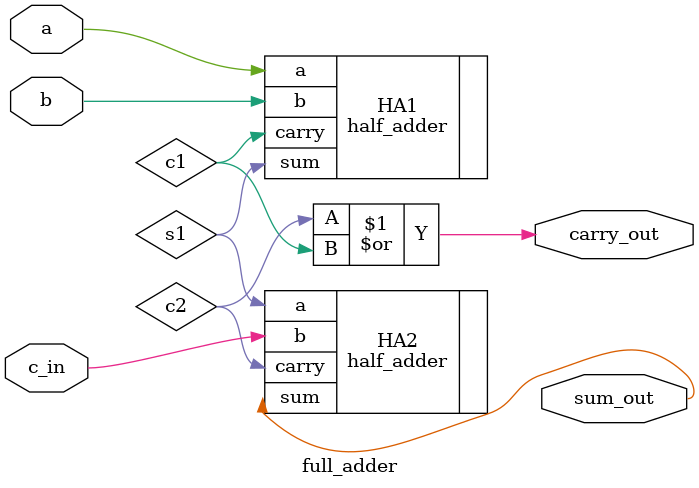
<source format=v>

module full_adder (a,
		   b,
		   c_in,
		   sum_out,
		   carry_out);

	//Port direction
	input a, b, c_in;
	output sum_out, carry_out;
	wire s1, c1, c2;

	//Implementation
	half_adder HA1 (.sum(s1), .carry(c1), .a(a), .b(b));
	half_adder HA2 (.sum(sum_out), .carry(c2), .a(s1), .b(c_in));
	or OR1 (carry_out, c2, c1);

endmodule	

</source>
